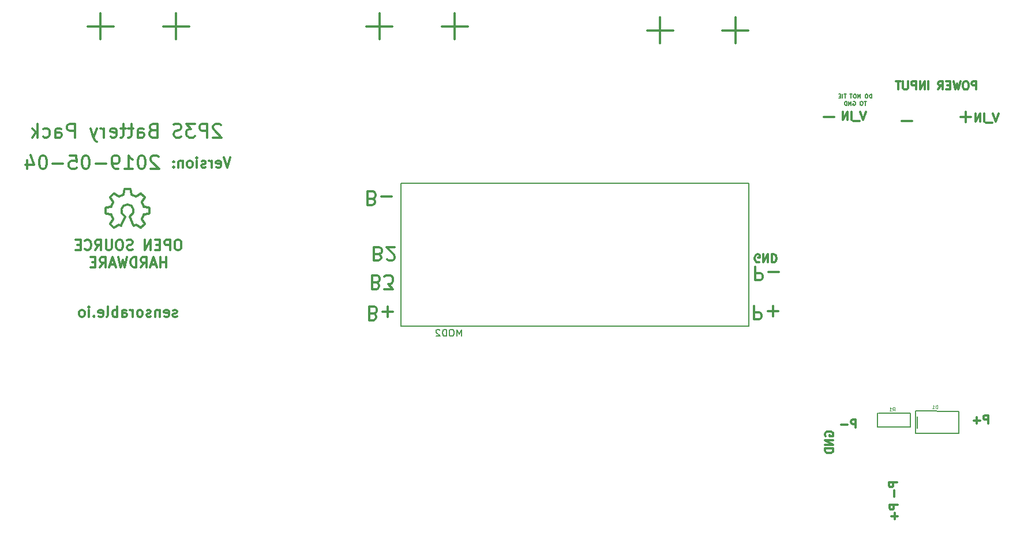
<source format=gbo>
G04 #@! TF.GenerationSoftware,KiCad,Pcbnew,(5.0.2)-1*
G04 #@! TF.CreationDate,2019-05-03T13:20:24-04:00*
G04 #@! TF.ProjectId,2p3s-pwr-pack,32703373-2d70-4777-922d-7061636b2e6b,V1*
G04 #@! TF.SameCoordinates,Original*
G04 #@! TF.FileFunction,Legend,Bot*
G04 #@! TF.FilePolarity,Positive*
%FSLAX46Y46*%
G04 Gerber Fmt 4.6, Leading zero omitted, Abs format (unit mm)*
G04 Created by KiCad (PCBNEW (5.0.2)-1) date 5/3/2019 1:20:24 PM*
%MOMM*%
%LPD*%
G01*
G04 APERTURE LIST*
%ADD10C,0.300000*%
%ADD11C,0.150000*%
%ADD12C,0.100000*%
G04 APERTURE END LIST*
D10*
X85142257Y-99287671D02*
X84856542Y-99287671D01*
X84713685Y-99359100D01*
X84570828Y-99501957D01*
X84499400Y-99787671D01*
X84499400Y-100287671D01*
X84570828Y-100573385D01*
X84713685Y-100716242D01*
X84856542Y-100787671D01*
X85142257Y-100787671D01*
X85285114Y-100716242D01*
X85427971Y-100573385D01*
X85499400Y-100287671D01*
X85499400Y-99787671D01*
X85427971Y-99501957D01*
X85285114Y-99359100D01*
X85142257Y-99287671D01*
X83856542Y-100787671D02*
X83856542Y-99287671D01*
X83285114Y-99287671D01*
X83142257Y-99359100D01*
X83070828Y-99430528D01*
X82999400Y-99573385D01*
X82999400Y-99787671D01*
X83070828Y-99930528D01*
X83142257Y-100001957D01*
X83285114Y-100073385D01*
X83856542Y-100073385D01*
X82356542Y-100001957D02*
X81856542Y-100001957D01*
X81642257Y-100787671D02*
X82356542Y-100787671D01*
X82356542Y-99287671D01*
X81642257Y-99287671D01*
X80999400Y-100787671D02*
X80999400Y-99287671D01*
X80142257Y-100787671D01*
X80142257Y-99287671D01*
X78356542Y-100716242D02*
X78142257Y-100787671D01*
X77785114Y-100787671D01*
X77642257Y-100716242D01*
X77570828Y-100644814D01*
X77499400Y-100501957D01*
X77499400Y-100359100D01*
X77570828Y-100216242D01*
X77642257Y-100144814D01*
X77785114Y-100073385D01*
X78070828Y-100001957D01*
X78213685Y-99930528D01*
X78285114Y-99859100D01*
X78356542Y-99716242D01*
X78356542Y-99573385D01*
X78285114Y-99430528D01*
X78213685Y-99359100D01*
X78070828Y-99287671D01*
X77713685Y-99287671D01*
X77499400Y-99359100D01*
X76570828Y-99287671D02*
X76285114Y-99287671D01*
X76142257Y-99359100D01*
X75999400Y-99501957D01*
X75927971Y-99787671D01*
X75927971Y-100287671D01*
X75999400Y-100573385D01*
X76142257Y-100716242D01*
X76285114Y-100787671D01*
X76570828Y-100787671D01*
X76713685Y-100716242D01*
X76856542Y-100573385D01*
X76927971Y-100287671D01*
X76927971Y-99787671D01*
X76856542Y-99501957D01*
X76713685Y-99359100D01*
X76570828Y-99287671D01*
X75285114Y-99287671D02*
X75285114Y-100501957D01*
X75213685Y-100644814D01*
X75142257Y-100716242D01*
X74999400Y-100787671D01*
X74713685Y-100787671D01*
X74570828Y-100716242D01*
X74499400Y-100644814D01*
X74427971Y-100501957D01*
X74427971Y-99287671D01*
X72856542Y-100787671D02*
X73356542Y-100073385D01*
X73713685Y-100787671D02*
X73713685Y-99287671D01*
X73142257Y-99287671D01*
X72999400Y-99359100D01*
X72927971Y-99430528D01*
X72856542Y-99573385D01*
X72856542Y-99787671D01*
X72927971Y-99930528D01*
X72999400Y-100001957D01*
X73142257Y-100073385D01*
X73713685Y-100073385D01*
X71356542Y-100644814D02*
X71427971Y-100716242D01*
X71642257Y-100787671D01*
X71785114Y-100787671D01*
X71999400Y-100716242D01*
X72142257Y-100573385D01*
X72213685Y-100430528D01*
X72285114Y-100144814D01*
X72285114Y-99930528D01*
X72213685Y-99644814D01*
X72142257Y-99501957D01*
X71999400Y-99359100D01*
X71785114Y-99287671D01*
X71642257Y-99287671D01*
X71427971Y-99359100D01*
X71356542Y-99430528D01*
X70713685Y-100001957D02*
X70213685Y-100001957D01*
X69999400Y-100787671D02*
X70713685Y-100787671D01*
X70713685Y-99287671D01*
X69999400Y-99287671D01*
X83249400Y-103337671D02*
X83249400Y-101837671D01*
X83249400Y-102551957D02*
X82392257Y-102551957D01*
X82392257Y-103337671D02*
X82392257Y-101837671D01*
X81749400Y-102909100D02*
X81035114Y-102909100D01*
X81892257Y-103337671D02*
X81392257Y-101837671D01*
X80892257Y-103337671D01*
X79535114Y-103337671D02*
X80035114Y-102623385D01*
X80392257Y-103337671D02*
X80392257Y-101837671D01*
X79820828Y-101837671D01*
X79677971Y-101909100D01*
X79606542Y-101980528D01*
X79535114Y-102123385D01*
X79535114Y-102337671D01*
X79606542Y-102480528D01*
X79677971Y-102551957D01*
X79820828Y-102623385D01*
X80392257Y-102623385D01*
X78892257Y-103337671D02*
X78892257Y-101837671D01*
X78535114Y-101837671D01*
X78320828Y-101909100D01*
X78177971Y-102051957D01*
X78106542Y-102194814D01*
X78035114Y-102480528D01*
X78035114Y-102694814D01*
X78106542Y-102980528D01*
X78177971Y-103123385D01*
X78320828Y-103266242D01*
X78535114Y-103337671D01*
X78892257Y-103337671D01*
X77535114Y-101837671D02*
X77177971Y-103337671D01*
X76892257Y-102266242D01*
X76606542Y-103337671D01*
X76249400Y-101837671D01*
X75749400Y-102909100D02*
X75035114Y-102909100D01*
X75892257Y-103337671D02*
X75392257Y-101837671D01*
X74892257Y-103337671D01*
X73535114Y-103337671D02*
X74035114Y-102623385D01*
X74392257Y-103337671D02*
X74392257Y-101837671D01*
X73820828Y-101837671D01*
X73677971Y-101909100D01*
X73606542Y-101980528D01*
X73535114Y-102123385D01*
X73535114Y-102337671D01*
X73606542Y-102480528D01*
X73677971Y-102551957D01*
X73820828Y-102623385D01*
X74392257Y-102623385D01*
X72892257Y-102551957D02*
X72392257Y-102551957D01*
X72177971Y-103337671D02*
X72892257Y-103337671D01*
X72892257Y-101837671D01*
X72177971Y-101837671D01*
X192735104Y-81854657D02*
X191211295Y-81854657D01*
D11*
X186832571Y-78486428D02*
X186832571Y-77886428D01*
X186689714Y-77886428D01*
X186604000Y-77915000D01*
X186546857Y-77972142D01*
X186518285Y-78029285D01*
X186489714Y-78143571D01*
X186489714Y-78229285D01*
X186518285Y-78343571D01*
X186546857Y-78400714D01*
X186604000Y-78457857D01*
X186689714Y-78486428D01*
X186832571Y-78486428D01*
X186118285Y-77886428D02*
X186004000Y-77886428D01*
X185946857Y-77915000D01*
X185889714Y-77972142D01*
X185861142Y-78086428D01*
X185861142Y-78286428D01*
X185889714Y-78400714D01*
X185946857Y-78457857D01*
X186004000Y-78486428D01*
X186118285Y-78486428D01*
X186175428Y-78457857D01*
X186232571Y-78400714D01*
X186261142Y-78286428D01*
X186261142Y-78086428D01*
X186232571Y-77972142D01*
X186175428Y-77915000D01*
X186118285Y-77886428D01*
X185146857Y-78486428D02*
X185146857Y-77886428D01*
X184804000Y-78486428D01*
X184804000Y-77886428D01*
X184404000Y-77886428D02*
X184289714Y-77886428D01*
X184232571Y-77915000D01*
X184175428Y-77972142D01*
X184146857Y-78086428D01*
X184146857Y-78286428D01*
X184175428Y-78400714D01*
X184232571Y-78457857D01*
X184289714Y-78486428D01*
X184404000Y-78486428D01*
X184461142Y-78457857D01*
X184518285Y-78400714D01*
X184546857Y-78286428D01*
X184546857Y-78086428D01*
X184518285Y-77972142D01*
X184461142Y-77915000D01*
X184404000Y-77886428D01*
X183975428Y-77886428D02*
X183632571Y-77886428D01*
X183804000Y-78486428D02*
X183804000Y-77886428D01*
X183061142Y-77886428D02*
X182718285Y-77886428D01*
X182889714Y-78486428D02*
X182889714Y-77886428D01*
X182518285Y-78486428D02*
X182518285Y-77886428D01*
X182232571Y-78172142D02*
X182032571Y-78172142D01*
X181946857Y-78486428D02*
X182232571Y-78486428D01*
X182232571Y-77886428D01*
X181946857Y-77886428D01*
X186032571Y-78936428D02*
X185689714Y-78936428D01*
X185861142Y-79536428D02*
X185861142Y-78936428D01*
X185375428Y-78936428D02*
X185261142Y-78936428D01*
X185204000Y-78965000D01*
X185146857Y-79022142D01*
X185118285Y-79136428D01*
X185118285Y-79336428D01*
X185146857Y-79450714D01*
X185204000Y-79507857D01*
X185261142Y-79536428D01*
X185375428Y-79536428D01*
X185432571Y-79507857D01*
X185489714Y-79450714D01*
X185518285Y-79336428D01*
X185518285Y-79136428D01*
X185489714Y-79022142D01*
X185432571Y-78965000D01*
X185375428Y-78936428D01*
X184089714Y-78965000D02*
X184146857Y-78936428D01*
X184232571Y-78936428D01*
X184318285Y-78965000D01*
X184375428Y-79022142D01*
X184404000Y-79079285D01*
X184432571Y-79193571D01*
X184432571Y-79279285D01*
X184404000Y-79393571D01*
X184375428Y-79450714D01*
X184318285Y-79507857D01*
X184232571Y-79536428D01*
X184175428Y-79536428D01*
X184089714Y-79507857D01*
X184061142Y-79479285D01*
X184061142Y-79279285D01*
X184175428Y-79279285D01*
X183804000Y-79536428D02*
X183804000Y-78936428D01*
X183461142Y-79536428D01*
X183461142Y-78936428D01*
X183175428Y-79536428D02*
X183175428Y-78936428D01*
X183032571Y-78936428D01*
X182946857Y-78965000D01*
X182889714Y-79022142D01*
X182861142Y-79079285D01*
X182832571Y-79193571D01*
X182832571Y-79279285D01*
X182861142Y-79393571D01*
X182889714Y-79450714D01*
X182946857Y-79507857D01*
X183032571Y-79536428D01*
X183175428Y-79536428D01*
D10*
X185959528Y-80495857D02*
X185559528Y-81695857D01*
X185159528Y-80495857D01*
X185045242Y-81810142D02*
X184130957Y-81810142D01*
X183845242Y-81695857D02*
X183845242Y-80495857D01*
X183273814Y-81695857D02*
X183273814Y-80495857D01*
X182588100Y-81695857D01*
X182588100Y-80495857D01*
X114150876Y-105578257D02*
X114436590Y-105483019D01*
X114531828Y-105387780D01*
X114627066Y-105197304D01*
X114627066Y-104911590D01*
X114531828Y-104721114D01*
X114436590Y-104625876D01*
X114246114Y-104530638D01*
X113484209Y-104530638D01*
X113484209Y-106530638D01*
X114150876Y-106530638D01*
X114341352Y-106435400D01*
X114436590Y-106340161D01*
X114531828Y-106149685D01*
X114531828Y-105959209D01*
X114436590Y-105768733D01*
X114341352Y-105673495D01*
X114150876Y-105578257D01*
X113484209Y-105578257D01*
X115293733Y-106530638D02*
X116531828Y-106530638D01*
X115865161Y-105768733D01*
X116150876Y-105768733D01*
X116341352Y-105673495D01*
X116436590Y-105578257D01*
X116531828Y-105387780D01*
X116531828Y-104911590D01*
X116436590Y-104721114D01*
X116341352Y-104625876D01*
X116150876Y-104530638D01*
X115579447Y-104530638D01*
X115388971Y-104625876D01*
X115293733Y-104721114D01*
X157657561Y-68505342D02*
X153848038Y-68505342D01*
X155752800Y-70410104D02*
X155752800Y-66600580D01*
X168731961Y-68505342D02*
X164922438Y-68505342D01*
X166827200Y-70410104D02*
X166827200Y-66600580D01*
X116458761Y-67921142D02*
X112649238Y-67921142D01*
X114554000Y-69825904D02*
X114554000Y-66016380D01*
X127533161Y-67921142D02*
X123723638Y-67921142D01*
X125628400Y-69825904D02*
X125628400Y-66016380D01*
X86613761Y-67921142D02*
X82804238Y-67921142D01*
X84709000Y-69825904D02*
X84709000Y-66016380D01*
X75539361Y-67921142D02*
X71729838Y-67921142D01*
X73634600Y-69825904D02*
X73634600Y-66016380D01*
X84864471Y-110525642D02*
X84721614Y-110597071D01*
X84435900Y-110597071D01*
X84293042Y-110525642D01*
X84221614Y-110382785D01*
X84221614Y-110311357D01*
X84293042Y-110168500D01*
X84435900Y-110097071D01*
X84650185Y-110097071D01*
X84793042Y-110025642D01*
X84864471Y-109882785D01*
X84864471Y-109811357D01*
X84793042Y-109668500D01*
X84650185Y-109597071D01*
X84435900Y-109597071D01*
X84293042Y-109668500D01*
X83007328Y-110525642D02*
X83150185Y-110597071D01*
X83435900Y-110597071D01*
X83578757Y-110525642D01*
X83650185Y-110382785D01*
X83650185Y-109811357D01*
X83578757Y-109668500D01*
X83435900Y-109597071D01*
X83150185Y-109597071D01*
X83007328Y-109668500D01*
X82935900Y-109811357D01*
X82935900Y-109954214D01*
X83650185Y-110097071D01*
X82293042Y-109597071D02*
X82293042Y-110597071D01*
X82293042Y-109739928D02*
X82221614Y-109668500D01*
X82078757Y-109597071D01*
X81864471Y-109597071D01*
X81721614Y-109668500D01*
X81650185Y-109811357D01*
X81650185Y-110597071D01*
X81007328Y-110525642D02*
X80864471Y-110597071D01*
X80578757Y-110597071D01*
X80435900Y-110525642D01*
X80364471Y-110382785D01*
X80364471Y-110311357D01*
X80435900Y-110168500D01*
X80578757Y-110097071D01*
X80793042Y-110097071D01*
X80935900Y-110025642D01*
X81007328Y-109882785D01*
X81007328Y-109811357D01*
X80935900Y-109668500D01*
X80793042Y-109597071D01*
X80578757Y-109597071D01*
X80435900Y-109668500D01*
X79507328Y-110597071D02*
X79650185Y-110525642D01*
X79721614Y-110454214D01*
X79793042Y-110311357D01*
X79793042Y-109882785D01*
X79721614Y-109739928D01*
X79650185Y-109668500D01*
X79507328Y-109597071D01*
X79293042Y-109597071D01*
X79150185Y-109668500D01*
X79078757Y-109739928D01*
X79007328Y-109882785D01*
X79007328Y-110311357D01*
X79078757Y-110454214D01*
X79150185Y-110525642D01*
X79293042Y-110597071D01*
X79507328Y-110597071D01*
X78364471Y-110597071D02*
X78364471Y-109597071D01*
X78364471Y-109882785D02*
X78293042Y-109739928D01*
X78221614Y-109668500D01*
X78078757Y-109597071D01*
X77935900Y-109597071D01*
X76793042Y-110597071D02*
X76793042Y-109811357D01*
X76864471Y-109668500D01*
X77007328Y-109597071D01*
X77293042Y-109597071D01*
X77435900Y-109668500D01*
X76793042Y-110525642D02*
X76935900Y-110597071D01*
X77293042Y-110597071D01*
X77435900Y-110525642D01*
X77507328Y-110382785D01*
X77507328Y-110239928D01*
X77435900Y-110097071D01*
X77293042Y-110025642D01*
X76935900Y-110025642D01*
X76793042Y-109954214D01*
X76078757Y-110597071D02*
X76078757Y-109097071D01*
X76078757Y-109668500D02*
X75935900Y-109597071D01*
X75650185Y-109597071D01*
X75507328Y-109668500D01*
X75435900Y-109739928D01*
X75364471Y-109882785D01*
X75364471Y-110311357D01*
X75435900Y-110454214D01*
X75507328Y-110525642D01*
X75650185Y-110597071D01*
X75935900Y-110597071D01*
X76078757Y-110525642D01*
X74507328Y-110597071D02*
X74650185Y-110525642D01*
X74721614Y-110382785D01*
X74721614Y-109097071D01*
X73364471Y-110525642D02*
X73507328Y-110597071D01*
X73793042Y-110597071D01*
X73935900Y-110525642D01*
X74007328Y-110382785D01*
X74007328Y-109811357D01*
X73935900Y-109668500D01*
X73793042Y-109597071D01*
X73507328Y-109597071D01*
X73364471Y-109668500D01*
X73293042Y-109811357D01*
X73293042Y-109954214D01*
X74007328Y-110097071D01*
X72650185Y-110454214D02*
X72578757Y-110525642D01*
X72650185Y-110597071D01*
X72721614Y-110525642D01*
X72650185Y-110454214D01*
X72650185Y-110597071D01*
X71935900Y-110597071D02*
X71935900Y-109597071D01*
X71935900Y-109097071D02*
X72007328Y-109168500D01*
X71935900Y-109239928D01*
X71864471Y-109168500D01*
X71935900Y-109097071D01*
X71935900Y-109239928D01*
X71007328Y-110597071D02*
X71150185Y-110525642D01*
X71221614Y-110454214D01*
X71293042Y-110311357D01*
X71293042Y-109882785D01*
X71221614Y-109739928D01*
X71150185Y-109668500D01*
X71007328Y-109597071D01*
X70793042Y-109597071D01*
X70650185Y-109668500D01*
X70578757Y-109739928D01*
X70507328Y-109882785D01*
X70507328Y-110311357D01*
X70578757Y-110454214D01*
X70650185Y-110525642D01*
X70793042Y-110597071D01*
X71007328Y-110597071D01*
X75604081Y-97527715D02*
G75*
G03X75656235Y-97532700I29096J29096D01*
G01*
X75656235Y-97532700D02*
X76301097Y-97096419D01*
X76686962Y-97191478D02*
X77226794Y-95869346D01*
X76339901Y-97092484D02*
G75*
G03X76301097Y-97096419I-15747J-38016D01*
G01*
X75053116Y-96976750D02*
X75604081Y-97527715D01*
X75484412Y-96279734D02*
X75048131Y-96924596D01*
X77226795Y-95869347D02*
G75*
G03X77205904Y-95816413I-38096J15555D01*
G01*
X74395048Y-95388036D02*
G75*
G03X74428402Y-95428438I41148J1D01*
G01*
X76633121Y-97213940D02*
G75*
G03X76686962Y-97191478I15746J38016D01*
G01*
X74428402Y-95428438D02*
X75192885Y-95575927D01*
X75484412Y-96279734D02*
G75*
G03X75488347Y-96240930I-34081J23057D01*
G01*
X76339901Y-97092484D02*
X76633121Y-97213940D01*
X75223106Y-95600583D02*
G75*
G03X75192885Y-95575927I-38015J-15747D01*
G01*
X75223106Y-95600583D02*
X75488347Y-96240930D01*
X75048130Y-96924596D02*
G75*
G03X75053116Y-96976750I34082J-23057D01*
G01*
X78824875Y-92904403D02*
G75*
G03X78863679Y-92900467I15746J38016D01*
G01*
X75192885Y-94420960D02*
X74428402Y-94568449D01*
X79680363Y-93717152D02*
X80116645Y-93072290D01*
X79971890Y-95575927D02*
G75*
G03X79941669Y-95600583I7795J-40403D01*
G01*
X79680364Y-93717153D02*
G75*
G03X79676429Y-93755956I34080J-23057D01*
G01*
X80736374Y-94568449D02*
X79971890Y-94420960D01*
X76980247Y-92639162D02*
G75*
G03X77004904Y-92608941I-15746J38016D01*
G01*
X75192885Y-94420959D02*
G75*
G03X75223106Y-94396304I-7794J40402D01*
G01*
X75488347Y-93755956D02*
X75223106Y-94396304D01*
X75488347Y-93755956D02*
G75*
G03X75484412Y-93717152I-38016J15746D01*
G01*
X76301097Y-92900467D02*
X75656235Y-92464186D01*
X78012382Y-91844457D02*
G75*
G03X77971979Y-91811104I-40403J-7795D01*
G01*
X79971890Y-95575927D02*
X80736374Y-95428438D01*
X78531655Y-97213940D02*
X78824874Y-97092484D01*
X79508541Y-97532700D02*
G75*
G03X79560694Y-97527715I23057J34081D01*
G01*
X75048131Y-93072290D02*
X75484412Y-93717152D01*
X75604081Y-92469171D02*
X75053116Y-93020137D01*
X75656234Y-92464186D02*
G75*
G03X75604081Y-92469171I-23057J-34081D01*
G01*
X77152393Y-91844457D02*
X77004904Y-92608941D01*
X76301098Y-92900467D02*
G75*
G03X76339901Y-92904402I23056J34080D01*
G01*
X76980248Y-92639162D02*
X76339901Y-92904402D01*
X77192796Y-91811104D02*
G75*
G03X77152393Y-91844457I0J-41148D01*
G01*
X80736374Y-95428438D02*
G75*
G03X80769727Y-95388035I-7795J40403D01*
G01*
X80116645Y-96924596D02*
X79680363Y-96279734D01*
X77971979Y-91811104D02*
X77192796Y-91811104D01*
X80116645Y-93072290D02*
G75*
G03X80111660Y-93020137I-34081J23057D01*
G01*
X78159871Y-92608941D02*
X78012382Y-91844457D01*
X78159871Y-92608941D02*
G75*
G03X78184527Y-92639162I40403J7795D01*
G01*
X77937981Y-95869346D02*
X78477813Y-97191478D01*
X79560694Y-92469171D02*
G75*
G03X79508540Y-92464186I-29096J-29096D01*
G01*
X78863678Y-97096419D02*
G75*
G03X78824874Y-97092484I-23057J-34081D01*
G01*
X79676428Y-96240930D02*
G75*
G03X79680363Y-96279734I38016J-15747D01*
G01*
X79508540Y-92464186D02*
X78863679Y-92900467D01*
X80111660Y-93020137D02*
X79560694Y-92469171D01*
X79941669Y-94396304D02*
X79676429Y-93755956D01*
X79941669Y-94396303D02*
G75*
G03X79971890Y-94420960I38016J15746D01*
G01*
X80769727Y-94608852D02*
G75*
G03X80736374Y-94568449I-41148J0D01*
G01*
X80769727Y-95388035D02*
X80769727Y-94608852D01*
X79560694Y-97527715D02*
X80111660Y-96976750D01*
X77958872Y-95816413D02*
G75*
G03X77937981Y-95869346I17204J-37379D01*
G01*
X80111660Y-96976749D02*
G75*
G03X80116645Y-96924596I-29096J29096D01*
G01*
X79676429Y-96240930D02*
X79941669Y-95600583D01*
X78863679Y-97096419D02*
X79508540Y-97532700D01*
X78477813Y-97191479D02*
G75*
G03X78531655Y-97213940I38095J15555D01*
G01*
X75053116Y-93020137D02*
G75*
G03X75048131Y-93072290I29096J-29096D01*
G01*
X78824874Y-92904402D02*
X78184527Y-92639162D01*
X74395048Y-94608852D02*
X74395048Y-95388035D01*
X74428401Y-94568449D02*
G75*
G03X74395048Y-94608852I7795J-40403D01*
G01*
X77958872Y-95816413D02*
G75*
G03X77205904Y-95816413I-376484J817970D01*
G01*
X92706514Y-87170571D02*
X92206514Y-88670571D01*
X91706514Y-87170571D01*
X90635085Y-88599142D02*
X90777942Y-88670571D01*
X91063657Y-88670571D01*
X91206514Y-88599142D01*
X91277942Y-88456285D01*
X91277942Y-87884857D01*
X91206514Y-87742000D01*
X91063657Y-87670571D01*
X90777942Y-87670571D01*
X90635085Y-87742000D01*
X90563657Y-87884857D01*
X90563657Y-88027714D01*
X91277942Y-88170571D01*
X89920800Y-88670571D02*
X89920800Y-87670571D01*
X89920800Y-87956285D02*
X89849371Y-87813428D01*
X89777942Y-87742000D01*
X89635085Y-87670571D01*
X89492228Y-87670571D01*
X89063657Y-88599142D02*
X88920800Y-88670571D01*
X88635085Y-88670571D01*
X88492228Y-88599142D01*
X88420800Y-88456285D01*
X88420800Y-88384857D01*
X88492228Y-88242000D01*
X88635085Y-88170571D01*
X88849371Y-88170571D01*
X88992228Y-88099142D01*
X89063657Y-87956285D01*
X89063657Y-87884857D01*
X88992228Y-87742000D01*
X88849371Y-87670571D01*
X88635085Y-87670571D01*
X88492228Y-87742000D01*
X87777942Y-88670571D02*
X87777942Y-87670571D01*
X87777942Y-87170571D02*
X87849371Y-87242000D01*
X87777942Y-87313428D01*
X87706514Y-87242000D01*
X87777942Y-87170571D01*
X87777942Y-87313428D01*
X86849371Y-88670571D02*
X86992228Y-88599142D01*
X87063657Y-88527714D01*
X87135085Y-88384857D01*
X87135085Y-87956285D01*
X87063657Y-87813428D01*
X86992228Y-87742000D01*
X86849371Y-87670571D01*
X86635085Y-87670571D01*
X86492228Y-87742000D01*
X86420800Y-87813428D01*
X86349371Y-87956285D01*
X86349371Y-88384857D01*
X86420800Y-88527714D01*
X86492228Y-88599142D01*
X86635085Y-88670571D01*
X86849371Y-88670571D01*
X85706514Y-87670571D02*
X85706514Y-88670571D01*
X85706514Y-87813428D02*
X85635085Y-87742000D01*
X85492228Y-87670571D01*
X85277942Y-87670571D01*
X85135085Y-87742000D01*
X85063657Y-87884857D01*
X85063657Y-88670571D01*
X84349371Y-88527714D02*
X84277942Y-88599142D01*
X84349371Y-88670571D01*
X84420800Y-88599142D01*
X84349371Y-88527714D01*
X84349371Y-88670571D01*
X84349371Y-87742000D02*
X84277942Y-87813428D01*
X84349371Y-87884857D01*
X84420800Y-87813428D01*
X84349371Y-87742000D01*
X84349371Y-87884857D01*
X82135085Y-87087238D02*
X82039847Y-86992000D01*
X81849371Y-86896761D01*
X81373180Y-86896761D01*
X81182704Y-86992000D01*
X81087466Y-87087238D01*
X80992228Y-87277714D01*
X80992228Y-87468190D01*
X81087466Y-87753904D01*
X82230323Y-88896761D01*
X80992228Y-88896761D01*
X79754133Y-86896761D02*
X79563657Y-86896761D01*
X79373180Y-86992000D01*
X79277942Y-87087238D01*
X79182704Y-87277714D01*
X79087466Y-87658666D01*
X79087466Y-88134857D01*
X79182704Y-88515809D01*
X79277942Y-88706285D01*
X79373180Y-88801523D01*
X79563657Y-88896761D01*
X79754133Y-88896761D01*
X79944609Y-88801523D01*
X80039847Y-88706285D01*
X80135085Y-88515809D01*
X80230323Y-88134857D01*
X80230323Y-87658666D01*
X80135085Y-87277714D01*
X80039847Y-87087238D01*
X79944609Y-86992000D01*
X79754133Y-86896761D01*
X77182704Y-88896761D02*
X78325561Y-88896761D01*
X77754133Y-88896761D02*
X77754133Y-86896761D01*
X77944609Y-87182476D01*
X78135085Y-87372952D01*
X78325561Y-87468190D01*
X76230323Y-88896761D02*
X75849371Y-88896761D01*
X75658895Y-88801523D01*
X75563657Y-88706285D01*
X75373180Y-88420571D01*
X75277942Y-88039619D01*
X75277942Y-87277714D01*
X75373180Y-87087238D01*
X75468419Y-86992000D01*
X75658895Y-86896761D01*
X76039847Y-86896761D01*
X76230323Y-86992000D01*
X76325561Y-87087238D01*
X76420800Y-87277714D01*
X76420800Y-87753904D01*
X76325561Y-87944380D01*
X76230323Y-88039619D01*
X76039847Y-88134857D01*
X75658895Y-88134857D01*
X75468419Y-88039619D01*
X75373180Y-87944380D01*
X75277942Y-87753904D01*
X74420800Y-88134857D02*
X72896990Y-88134857D01*
X71563657Y-86896761D02*
X71373180Y-86896761D01*
X71182704Y-86992000D01*
X71087466Y-87087238D01*
X70992228Y-87277714D01*
X70896990Y-87658666D01*
X70896990Y-88134857D01*
X70992228Y-88515809D01*
X71087466Y-88706285D01*
X71182704Y-88801523D01*
X71373180Y-88896761D01*
X71563657Y-88896761D01*
X71754133Y-88801523D01*
X71849371Y-88706285D01*
X71944609Y-88515809D01*
X72039847Y-88134857D01*
X72039847Y-87658666D01*
X71944609Y-87277714D01*
X71849371Y-87087238D01*
X71754133Y-86992000D01*
X71563657Y-86896761D01*
X69087466Y-86896761D02*
X70039847Y-86896761D01*
X70135085Y-87849142D01*
X70039847Y-87753904D01*
X69849371Y-87658666D01*
X69373180Y-87658666D01*
X69182704Y-87753904D01*
X69087466Y-87849142D01*
X68992228Y-88039619D01*
X68992228Y-88515809D01*
X69087466Y-88706285D01*
X69182704Y-88801523D01*
X69373180Y-88896761D01*
X69849371Y-88896761D01*
X70039847Y-88801523D01*
X70135085Y-88706285D01*
X68135085Y-88134857D02*
X66611276Y-88134857D01*
X65277942Y-86896761D02*
X65087466Y-86896761D01*
X64896990Y-86992000D01*
X64801752Y-87087238D01*
X64706514Y-87277714D01*
X64611276Y-87658666D01*
X64611276Y-88134857D01*
X64706514Y-88515809D01*
X64801752Y-88706285D01*
X64896990Y-88801523D01*
X65087466Y-88896761D01*
X65277942Y-88896761D01*
X65468419Y-88801523D01*
X65563657Y-88706285D01*
X65658895Y-88515809D01*
X65754133Y-88134857D01*
X65754133Y-87658666D01*
X65658895Y-87277714D01*
X65563657Y-87087238D01*
X65468419Y-86992000D01*
X65277942Y-86896761D01*
X62896990Y-87563428D02*
X62896990Y-88896761D01*
X63373180Y-86801523D02*
X63849371Y-88230095D01*
X62611276Y-88230095D01*
X91301742Y-82445338D02*
X91206504Y-82350100D01*
X91016028Y-82254861D01*
X90539838Y-82254861D01*
X90349361Y-82350100D01*
X90254123Y-82445338D01*
X90158885Y-82635814D01*
X90158885Y-82826290D01*
X90254123Y-83112004D01*
X91396980Y-84254861D01*
X90158885Y-84254861D01*
X89301742Y-84254861D02*
X89301742Y-82254861D01*
X88539838Y-82254861D01*
X88349361Y-82350100D01*
X88254123Y-82445338D01*
X88158885Y-82635814D01*
X88158885Y-82921528D01*
X88254123Y-83112004D01*
X88349361Y-83207242D01*
X88539838Y-83302480D01*
X89301742Y-83302480D01*
X87492219Y-82254861D02*
X86254123Y-82254861D01*
X86920790Y-83016766D01*
X86635076Y-83016766D01*
X86444600Y-83112004D01*
X86349361Y-83207242D01*
X86254123Y-83397719D01*
X86254123Y-83873909D01*
X86349361Y-84064385D01*
X86444600Y-84159623D01*
X86635076Y-84254861D01*
X87206504Y-84254861D01*
X87396980Y-84159623D01*
X87492219Y-84064385D01*
X85492219Y-84159623D02*
X85206504Y-84254861D01*
X84730314Y-84254861D01*
X84539838Y-84159623D01*
X84444600Y-84064385D01*
X84349361Y-83873909D01*
X84349361Y-83683433D01*
X84444600Y-83492957D01*
X84539838Y-83397719D01*
X84730314Y-83302480D01*
X85111266Y-83207242D01*
X85301742Y-83112004D01*
X85396980Y-83016766D01*
X85492219Y-82826290D01*
X85492219Y-82635814D01*
X85396980Y-82445338D01*
X85301742Y-82350100D01*
X85111266Y-82254861D01*
X84635076Y-82254861D01*
X84349361Y-82350100D01*
X81301742Y-83207242D02*
X81016028Y-83302480D01*
X80920790Y-83397719D01*
X80825552Y-83588195D01*
X80825552Y-83873909D01*
X80920790Y-84064385D01*
X81016028Y-84159623D01*
X81206504Y-84254861D01*
X81968409Y-84254861D01*
X81968409Y-82254861D01*
X81301742Y-82254861D01*
X81111266Y-82350100D01*
X81016028Y-82445338D01*
X80920790Y-82635814D01*
X80920790Y-82826290D01*
X81016028Y-83016766D01*
X81111266Y-83112004D01*
X81301742Y-83207242D01*
X81968409Y-83207242D01*
X79111266Y-84254861D02*
X79111266Y-83207242D01*
X79206504Y-83016766D01*
X79396980Y-82921528D01*
X79777933Y-82921528D01*
X79968409Y-83016766D01*
X79111266Y-84159623D02*
X79301742Y-84254861D01*
X79777933Y-84254861D01*
X79968409Y-84159623D01*
X80063647Y-83969147D01*
X80063647Y-83778671D01*
X79968409Y-83588195D01*
X79777933Y-83492957D01*
X79301742Y-83492957D01*
X79111266Y-83397719D01*
X78444600Y-82921528D02*
X77682695Y-82921528D01*
X78158885Y-82254861D02*
X78158885Y-83969147D01*
X78063647Y-84159623D01*
X77873171Y-84254861D01*
X77682695Y-84254861D01*
X77301742Y-82921528D02*
X76539838Y-82921528D01*
X77016028Y-82254861D02*
X77016028Y-83969147D01*
X76920790Y-84159623D01*
X76730314Y-84254861D01*
X76539838Y-84254861D01*
X75111266Y-84159623D02*
X75301742Y-84254861D01*
X75682695Y-84254861D01*
X75873171Y-84159623D01*
X75968409Y-83969147D01*
X75968409Y-83207242D01*
X75873171Y-83016766D01*
X75682695Y-82921528D01*
X75301742Y-82921528D01*
X75111266Y-83016766D01*
X75016028Y-83207242D01*
X75016028Y-83397719D01*
X75968409Y-83588195D01*
X74158885Y-84254861D02*
X74158885Y-82921528D01*
X74158885Y-83302480D02*
X74063647Y-83112004D01*
X73968409Y-83016766D01*
X73777933Y-82921528D01*
X73587457Y-82921528D01*
X73111266Y-82921528D02*
X72635076Y-84254861D01*
X72158885Y-82921528D02*
X72635076Y-84254861D01*
X72825552Y-84731052D01*
X72920790Y-84826290D01*
X73111266Y-84921528D01*
X69873171Y-84254861D02*
X69873171Y-82254861D01*
X69111266Y-82254861D01*
X68920790Y-82350100D01*
X68825552Y-82445338D01*
X68730314Y-82635814D01*
X68730314Y-82921528D01*
X68825552Y-83112004D01*
X68920790Y-83207242D01*
X69111266Y-83302480D01*
X69873171Y-83302480D01*
X67016028Y-84254861D02*
X67016028Y-83207242D01*
X67111266Y-83016766D01*
X67301742Y-82921528D01*
X67682695Y-82921528D01*
X67873171Y-83016766D01*
X67016028Y-84159623D02*
X67206504Y-84254861D01*
X67682695Y-84254861D01*
X67873171Y-84159623D01*
X67968409Y-83969147D01*
X67968409Y-83778671D01*
X67873171Y-83588195D01*
X67682695Y-83492957D01*
X67206504Y-83492957D01*
X67016028Y-83397719D01*
X65206504Y-84159623D02*
X65396980Y-84254861D01*
X65777933Y-84254861D01*
X65968409Y-84159623D01*
X66063647Y-84064385D01*
X66158885Y-83873909D01*
X66158885Y-83302480D01*
X66063647Y-83112004D01*
X65968409Y-83016766D01*
X65777933Y-82921528D01*
X65396980Y-82921528D01*
X65206504Y-83016766D01*
X64349361Y-84254861D02*
X64349361Y-82254861D01*
X64158885Y-83492957D02*
X63587457Y-84254861D01*
X63587457Y-82921528D02*
X64349361Y-83683433D01*
X113504761Y-93242857D02*
X113790476Y-93147619D01*
X113885714Y-93052380D01*
X113980952Y-92861904D01*
X113980952Y-92576190D01*
X113885714Y-92385714D01*
X113790476Y-92290476D01*
X113600000Y-92195238D01*
X112838095Y-92195238D01*
X112838095Y-94195238D01*
X113504761Y-94195238D01*
X113695238Y-94100000D01*
X113790476Y-94004761D01*
X113885714Y-93814285D01*
X113885714Y-93623809D01*
X113790476Y-93433333D01*
X113695238Y-93338095D01*
X113504761Y-93242857D01*
X112838095Y-93242857D01*
X114838095Y-92957142D02*
X116361904Y-92957142D01*
X114430276Y-101399957D02*
X114715990Y-101304719D01*
X114811228Y-101209480D01*
X114906466Y-101019004D01*
X114906466Y-100733290D01*
X114811228Y-100542814D01*
X114715990Y-100447576D01*
X114525514Y-100352338D01*
X113763609Y-100352338D01*
X113763609Y-102352338D01*
X114430276Y-102352338D01*
X114620752Y-102257100D01*
X114715990Y-102161861D01*
X114811228Y-101971385D01*
X114811228Y-101780909D01*
X114715990Y-101590433D01*
X114620752Y-101495195D01*
X114430276Y-101399957D01*
X113763609Y-101399957D01*
X115668371Y-102161861D02*
X115763609Y-102257100D01*
X115954085Y-102352338D01*
X116430276Y-102352338D01*
X116620752Y-102257100D01*
X116715990Y-102161861D01*
X116811228Y-101971385D01*
X116811228Y-101780909D01*
X116715990Y-101495195D01*
X115573133Y-100352338D01*
X116811228Y-100352338D01*
X113704761Y-110142857D02*
X113990476Y-110047619D01*
X114085714Y-109952380D01*
X114180952Y-109761904D01*
X114180952Y-109476190D01*
X114085714Y-109285714D01*
X113990476Y-109190476D01*
X113800000Y-109095238D01*
X113038095Y-109095238D01*
X113038095Y-111095238D01*
X113704761Y-111095238D01*
X113895238Y-111000000D01*
X113990476Y-110904761D01*
X114085714Y-110714285D01*
X114085714Y-110523809D01*
X113990476Y-110333333D01*
X113895238Y-110238095D01*
X113704761Y-110142857D01*
X113038095Y-110142857D01*
X115038095Y-109857142D02*
X116561904Y-109857142D01*
X115800000Y-109095238D02*
X115800000Y-110619047D01*
X170332514Y-102555600D02*
X170218228Y-102612742D01*
X170046800Y-102612742D01*
X169875371Y-102555600D01*
X169761085Y-102441314D01*
X169703942Y-102327028D01*
X169646800Y-102098457D01*
X169646800Y-101927028D01*
X169703942Y-101698457D01*
X169761085Y-101584171D01*
X169875371Y-101469885D01*
X170046800Y-101412742D01*
X170161085Y-101412742D01*
X170332514Y-101469885D01*
X170389657Y-101527028D01*
X170389657Y-101927028D01*
X170161085Y-101927028D01*
X170903942Y-101412742D02*
X170903942Y-102612742D01*
X171589657Y-101412742D01*
X171589657Y-102612742D01*
X172161085Y-101412742D02*
X172161085Y-102612742D01*
X172446800Y-102612742D01*
X172618228Y-102555600D01*
X172732514Y-102441314D01*
X172789657Y-102327028D01*
X172846800Y-102098457D01*
X172846800Y-101927028D01*
X172789657Y-101698457D01*
X172732514Y-101584171D01*
X172618228Y-101469885D01*
X172446800Y-101412742D01*
X172161085Y-101412742D01*
X169688095Y-103235238D02*
X169688095Y-105235238D01*
X170450000Y-105235238D01*
X170640476Y-105140000D01*
X170735714Y-105044761D01*
X170830952Y-104854285D01*
X170830952Y-104568571D01*
X170735714Y-104378095D01*
X170640476Y-104282857D01*
X170450000Y-104187619D01*
X169688095Y-104187619D01*
X171688095Y-103997142D02*
X173211904Y-103997142D01*
X169538095Y-108995238D02*
X169538095Y-110995238D01*
X170300000Y-110995238D01*
X170490476Y-110900000D01*
X170585714Y-110804761D01*
X170680952Y-110614285D01*
X170680952Y-110328571D01*
X170585714Y-110138095D01*
X170490476Y-110042857D01*
X170300000Y-109947619D01*
X169538095Y-109947619D01*
X171538095Y-109757142D02*
X173061904Y-109757142D01*
X172300000Y-108995238D02*
X172300000Y-110519047D01*
X190642857Y-138242857D02*
X189442857Y-138242857D01*
X189442857Y-138700000D01*
X189500000Y-138814285D01*
X189557142Y-138871428D01*
X189671428Y-138928571D01*
X189842857Y-138928571D01*
X189957142Y-138871428D01*
X190014285Y-138814285D01*
X190071428Y-138700000D01*
X190071428Y-138242857D01*
X190185714Y-139442857D02*
X190185714Y-140357142D01*
X190642857Y-139900000D02*
X189728571Y-139900000D01*
X190542857Y-134942857D02*
X189342857Y-134942857D01*
X189342857Y-135400000D01*
X189400000Y-135514285D01*
X189457142Y-135571428D01*
X189571428Y-135628571D01*
X189742857Y-135628571D01*
X189857142Y-135571428D01*
X189914285Y-135514285D01*
X189971428Y-135400000D01*
X189971428Y-134942857D01*
X190085714Y-136142857D02*
X190085714Y-137057142D01*
X203901542Y-126298257D02*
X203901542Y-125098257D01*
X203444400Y-125098257D01*
X203330114Y-125155400D01*
X203272971Y-125212542D01*
X203215828Y-125326828D01*
X203215828Y-125498257D01*
X203272971Y-125612542D01*
X203330114Y-125669685D01*
X203444400Y-125726828D01*
X203901542Y-125726828D01*
X202701542Y-125841114D02*
X201787257Y-125841114D01*
X202244400Y-126298257D02*
X202244400Y-125383971D01*
X184445142Y-126920557D02*
X184445142Y-125720557D01*
X183988000Y-125720557D01*
X183873714Y-125777700D01*
X183816571Y-125834842D01*
X183759428Y-125949128D01*
X183759428Y-126120557D01*
X183816571Y-126234842D01*
X183873714Y-126291985D01*
X183988000Y-126349128D01*
X184445142Y-126349128D01*
X183245142Y-126463414D02*
X182330857Y-126463414D01*
X180019400Y-128130414D02*
X179962257Y-128016128D01*
X179962257Y-127844700D01*
X180019400Y-127673271D01*
X180133685Y-127558985D01*
X180247971Y-127501842D01*
X180476542Y-127444700D01*
X180647971Y-127444700D01*
X180876542Y-127501842D01*
X180990828Y-127558985D01*
X181105114Y-127673271D01*
X181162257Y-127844700D01*
X181162257Y-127958985D01*
X181105114Y-128130414D01*
X181047971Y-128187557D01*
X180647971Y-128187557D01*
X180647971Y-127958985D01*
X181162257Y-128701842D02*
X179962257Y-128701842D01*
X181162257Y-129387557D01*
X179962257Y-129387557D01*
X181162257Y-129958985D02*
X179962257Y-129958985D01*
X179962257Y-130244700D01*
X180019400Y-130416128D01*
X180133685Y-130530414D01*
X180247971Y-130587557D01*
X180476542Y-130644700D01*
X180647971Y-130644700D01*
X180876542Y-130587557D01*
X180990828Y-130530414D01*
X181105114Y-130416128D01*
X181162257Y-130244700D01*
X181162257Y-129958985D01*
X181305104Y-81219657D02*
X179781295Y-81219657D01*
X201396504Y-81245057D02*
X199872695Y-81245057D01*
X200634600Y-82006961D02*
X200634600Y-80483152D01*
X205428628Y-80749857D02*
X205028628Y-81949857D01*
X204628628Y-80749857D01*
X204514342Y-82064142D02*
X203600057Y-82064142D01*
X203314342Y-81949857D02*
X203314342Y-80749857D01*
X202742914Y-81949857D02*
X202742914Y-80749857D01*
X202057200Y-81949857D01*
X202057200Y-80749857D01*
X202170571Y-77200057D02*
X202170571Y-76000057D01*
X201713428Y-76000057D01*
X201599142Y-76057200D01*
X201542000Y-76114342D01*
X201484857Y-76228628D01*
X201484857Y-76400057D01*
X201542000Y-76514342D01*
X201599142Y-76571485D01*
X201713428Y-76628628D01*
X202170571Y-76628628D01*
X200742000Y-76000057D02*
X200513428Y-76000057D01*
X200399142Y-76057200D01*
X200284857Y-76171485D01*
X200227714Y-76400057D01*
X200227714Y-76800057D01*
X200284857Y-77028628D01*
X200399142Y-77142914D01*
X200513428Y-77200057D01*
X200742000Y-77200057D01*
X200856285Y-77142914D01*
X200970571Y-77028628D01*
X201027714Y-76800057D01*
X201027714Y-76400057D01*
X200970571Y-76171485D01*
X200856285Y-76057200D01*
X200742000Y-76000057D01*
X199827714Y-76000057D02*
X199542000Y-77200057D01*
X199313428Y-76342914D01*
X199084857Y-77200057D01*
X198799142Y-76000057D01*
X198342000Y-76571485D02*
X197942000Y-76571485D01*
X197770571Y-77200057D02*
X198342000Y-77200057D01*
X198342000Y-76000057D01*
X197770571Y-76000057D01*
X196570571Y-77200057D02*
X196970571Y-76628628D01*
X197256285Y-77200057D02*
X197256285Y-76000057D01*
X196799142Y-76000057D01*
X196684857Y-76057200D01*
X196627714Y-76114342D01*
X196570571Y-76228628D01*
X196570571Y-76400057D01*
X196627714Y-76514342D01*
X196684857Y-76571485D01*
X196799142Y-76628628D01*
X197256285Y-76628628D01*
X195142000Y-77200057D02*
X195142000Y-76000057D01*
X194570571Y-77200057D02*
X194570571Y-76000057D01*
X193884857Y-77200057D01*
X193884857Y-76000057D01*
X193313428Y-77200057D02*
X193313428Y-76000057D01*
X192856285Y-76000057D01*
X192742000Y-76057200D01*
X192684857Y-76114342D01*
X192627714Y-76228628D01*
X192627714Y-76400057D01*
X192684857Y-76514342D01*
X192742000Y-76571485D01*
X192856285Y-76628628D01*
X193313428Y-76628628D01*
X192113428Y-76000057D02*
X192113428Y-76971485D01*
X192056285Y-77085771D01*
X191999142Y-77142914D01*
X191884857Y-77200057D01*
X191656285Y-77200057D01*
X191542000Y-77142914D01*
X191484857Y-77085771D01*
X191427714Y-76971485D01*
X191427714Y-76000057D01*
X191027714Y-76000057D02*
X190342000Y-76000057D01*
X190684857Y-77200057D02*
X190684857Y-76000057D01*
D11*
G04 #@! TO.C,MOD2*
X117750000Y-112000000D02*
X117750000Y-91000000D01*
X168750000Y-112000000D02*
X117750000Y-112000000D01*
X168750000Y-91000000D02*
X168750000Y-112000000D01*
X117750000Y-91000000D02*
X168750000Y-91000000D01*
G04 #@! TO.C,D1*
X193230100Y-124448300D02*
X199580100Y-124498300D01*
X199580100Y-124498300D02*
X199580100Y-127748300D01*
X199580100Y-127748300D02*
X193225420Y-127749300D01*
X193230100Y-127698300D02*
X193230100Y-124448300D01*
X193494660Y-125229620D02*
X193494660Y-126951740D01*
G04 #@! TO.C,R1*
X187795000Y-124730000D02*
X192445000Y-124730000D01*
X192445000Y-124730000D02*
X192445000Y-126780000D01*
X192445000Y-126780000D02*
X187645000Y-126780000D01*
X187645000Y-126780000D02*
X187645000Y-124730000D01*
X187645000Y-124730000D02*
X187745000Y-124730000D01*
G04 #@! TO.C,MOD2*
X126583333Y-113452380D02*
X126583333Y-112452380D01*
X126250000Y-113166666D01*
X125916666Y-112452380D01*
X125916666Y-113452380D01*
X125250000Y-112452380D02*
X125059523Y-112452380D01*
X124964285Y-112500000D01*
X124869047Y-112595238D01*
X124821428Y-112785714D01*
X124821428Y-113119047D01*
X124869047Y-113309523D01*
X124964285Y-113404761D01*
X125059523Y-113452380D01*
X125250000Y-113452380D01*
X125345238Y-113404761D01*
X125440476Y-113309523D01*
X125488095Y-113119047D01*
X125488095Y-112785714D01*
X125440476Y-112595238D01*
X125345238Y-112500000D01*
X125250000Y-112452380D01*
X124392857Y-113452380D02*
X124392857Y-112452380D01*
X124154761Y-112452380D01*
X124011904Y-112500000D01*
X123916666Y-112595238D01*
X123869047Y-112690476D01*
X123821428Y-112880952D01*
X123821428Y-113023809D01*
X123869047Y-113214285D01*
X123916666Y-113309523D01*
X124011904Y-113404761D01*
X124154761Y-113452380D01*
X124392857Y-113452380D01*
X123440476Y-112547619D02*
X123392857Y-112500000D01*
X123297619Y-112452380D01*
X123059523Y-112452380D01*
X122964285Y-112500000D01*
X122916666Y-112547619D01*
X122869047Y-112642857D01*
X122869047Y-112738095D01*
X122916666Y-112880952D01*
X123488095Y-113452380D01*
X122869047Y-113452380D01*
G04 #@! TO.C,D1*
D12*
X196469747Y-124101990D02*
X196469747Y-123601990D01*
X196350700Y-123601990D01*
X196279271Y-123625800D01*
X196231652Y-123673419D01*
X196207842Y-123721038D01*
X196184033Y-123816276D01*
X196184033Y-123887704D01*
X196207842Y-123982942D01*
X196231652Y-124030561D01*
X196279271Y-124078180D01*
X196350700Y-124101990D01*
X196469747Y-124101990D01*
X195707842Y-124101990D02*
X195993557Y-124101990D01*
X195850700Y-124101990D02*
X195850700Y-123601990D01*
X195898319Y-123673419D01*
X195945938Y-123721038D01*
X195993557Y-123744847D01*
G04 #@! TO.C,R1*
X189878333Y-124456190D02*
X190045000Y-124218095D01*
X190164047Y-124456190D02*
X190164047Y-123956190D01*
X189973571Y-123956190D01*
X189925952Y-123980000D01*
X189902142Y-124003809D01*
X189878333Y-124051428D01*
X189878333Y-124122857D01*
X189902142Y-124170476D01*
X189925952Y-124194285D01*
X189973571Y-124218095D01*
X190164047Y-124218095D01*
X189402142Y-124456190D02*
X189687857Y-124456190D01*
X189545000Y-124456190D02*
X189545000Y-123956190D01*
X189592619Y-124027619D01*
X189640238Y-124075238D01*
X189687857Y-124099047D01*
G04 #@! TD*
M02*

</source>
